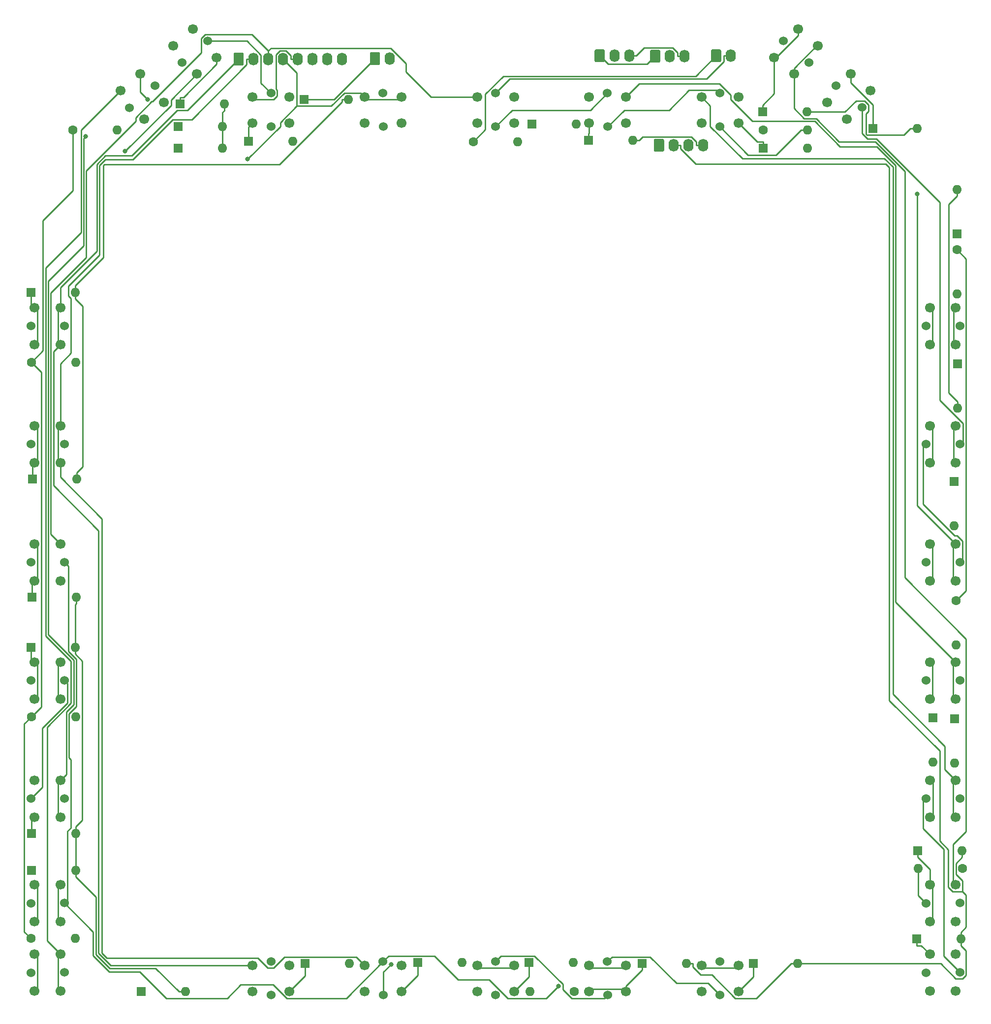
<source format=gbr>
G04 #@! TF.GenerationSoftware,KiCad,Pcbnew,(5.1.5-0-10_14)*
G04 #@! TF.CreationDate,2020-06-21T13:54:13+10:00*
G04 #@! TF.ProjectId,Buttons_AMPCD,42757474-6f6e-4735-9f41-4d5043442e6b,rev?*
G04 #@! TF.SameCoordinates,Original*
G04 #@! TF.FileFunction,Copper,L1,Top*
G04 #@! TF.FilePolarity,Positive*
%FSLAX46Y46*%
G04 Gerber Fmt 4.6, Leading zero omitted, Abs format (unit mm)*
G04 Created by KiCad (PCBNEW (5.1.5-0-10_14)) date 2020-06-21 13:54:13*
%MOMM*%
%LPD*%
G04 APERTURE LIST*
%ADD10O,1.740000X2.200000*%
%ADD11C,0.100000*%
%ADD12O,1.600000X1.600000*%
%ADD13R,1.600000X1.600000*%
%ADD14C,1.524000*%
%ADD15C,1.700000*%
%ADD16C,1.600000*%
%ADD17C,0.800000*%
%ADD18C,0.250000*%
G04 APERTURE END LIST*
D10*
X129317000Y-30347000D03*
X126777000Y-30347000D03*
G04 #@! TA.AperFunction,ComponentPad*
D11*
G36*
X124881505Y-29248204D02*
G01*
X124905773Y-29251804D01*
X124929572Y-29257765D01*
X124952671Y-29266030D01*
X124974850Y-29276520D01*
X124995893Y-29289132D01*
X125015599Y-29303747D01*
X125033777Y-29320223D01*
X125050253Y-29338401D01*
X125064868Y-29358107D01*
X125077480Y-29379150D01*
X125087970Y-29401329D01*
X125096235Y-29424428D01*
X125102196Y-29448227D01*
X125105796Y-29472495D01*
X125107000Y-29496999D01*
X125107000Y-31197001D01*
X125105796Y-31221505D01*
X125102196Y-31245773D01*
X125096235Y-31269572D01*
X125087970Y-31292671D01*
X125077480Y-31314850D01*
X125064868Y-31335893D01*
X125050253Y-31355599D01*
X125033777Y-31373777D01*
X125015599Y-31390253D01*
X124995893Y-31404868D01*
X124974850Y-31417480D01*
X124952671Y-31427970D01*
X124929572Y-31436235D01*
X124905773Y-31442196D01*
X124881505Y-31445796D01*
X124857001Y-31447000D01*
X123616999Y-31447000D01*
X123592495Y-31445796D01*
X123568227Y-31442196D01*
X123544428Y-31436235D01*
X123521329Y-31427970D01*
X123499150Y-31417480D01*
X123478107Y-31404868D01*
X123458401Y-31390253D01*
X123440223Y-31373777D01*
X123423747Y-31355599D01*
X123409132Y-31335893D01*
X123396520Y-31314850D01*
X123386030Y-31292671D01*
X123377765Y-31269572D01*
X123371804Y-31245773D01*
X123368204Y-31221505D01*
X123367000Y-31197001D01*
X123367000Y-29496999D01*
X123368204Y-29472495D01*
X123371804Y-29448227D01*
X123377765Y-29424428D01*
X123386030Y-29401329D01*
X123396520Y-29379150D01*
X123409132Y-29358107D01*
X123423747Y-29338401D01*
X123440223Y-29320223D01*
X123458401Y-29303747D01*
X123478107Y-29289132D01*
X123499150Y-29276520D01*
X123521329Y-29266030D01*
X123544428Y-29257765D01*
X123568227Y-29251804D01*
X123592495Y-29248204D01*
X123616999Y-29247000D01*
X124857001Y-29247000D01*
X124881505Y-29248204D01*
G37*
G04 #@! TD.AperFunction*
D10*
X119777000Y-30287000D03*
X117237000Y-30287000D03*
G04 #@! TA.AperFunction,ComponentPad*
D11*
G36*
X115341505Y-29188204D02*
G01*
X115365773Y-29191804D01*
X115389572Y-29197765D01*
X115412671Y-29206030D01*
X115434850Y-29216520D01*
X115455893Y-29229132D01*
X115475599Y-29243747D01*
X115493777Y-29260223D01*
X115510253Y-29278401D01*
X115524868Y-29298107D01*
X115537480Y-29319150D01*
X115547970Y-29341329D01*
X115556235Y-29364428D01*
X115562196Y-29388227D01*
X115565796Y-29412495D01*
X115567000Y-29436999D01*
X115567000Y-31137001D01*
X115565796Y-31161505D01*
X115562196Y-31185773D01*
X115556235Y-31209572D01*
X115547970Y-31232671D01*
X115537480Y-31254850D01*
X115524868Y-31275893D01*
X115510253Y-31295599D01*
X115493777Y-31313777D01*
X115475599Y-31330253D01*
X115455893Y-31344868D01*
X115434850Y-31357480D01*
X115412671Y-31367970D01*
X115389572Y-31376235D01*
X115365773Y-31382196D01*
X115341505Y-31385796D01*
X115317001Y-31387000D01*
X114076999Y-31387000D01*
X114052495Y-31385796D01*
X114028227Y-31382196D01*
X114004428Y-31376235D01*
X113981329Y-31367970D01*
X113959150Y-31357480D01*
X113938107Y-31344868D01*
X113918401Y-31330253D01*
X113900223Y-31313777D01*
X113883747Y-31295599D01*
X113869132Y-31275893D01*
X113856520Y-31254850D01*
X113846030Y-31232671D01*
X113837765Y-31209572D01*
X113831804Y-31185773D01*
X113828204Y-31161505D01*
X113827000Y-31137001D01*
X113827000Y-29436999D01*
X113828204Y-29412495D01*
X113831804Y-29388227D01*
X113837765Y-29364428D01*
X113846030Y-29341329D01*
X113856520Y-29319150D01*
X113869132Y-29298107D01*
X113883747Y-29278401D01*
X113900223Y-29260223D01*
X113918401Y-29243747D01*
X113938107Y-29229132D01*
X113959150Y-29216520D01*
X113981329Y-29206030D01*
X114004428Y-29197765D01*
X114028227Y-29191804D01*
X114052495Y-29188204D01*
X114076999Y-29187000D01*
X115317001Y-29187000D01*
X115341505Y-29188204D01*
G37*
G04 #@! TD.AperFunction*
D10*
X78587000Y-30747000D03*
G04 #@! TA.AperFunction,ComponentPad*
D11*
G36*
X76691505Y-29648204D02*
G01*
X76715773Y-29651804D01*
X76739572Y-29657765D01*
X76762671Y-29666030D01*
X76784850Y-29676520D01*
X76805893Y-29689132D01*
X76825599Y-29703747D01*
X76843777Y-29720223D01*
X76860253Y-29738401D01*
X76874868Y-29758107D01*
X76887480Y-29779150D01*
X76897970Y-29801329D01*
X76906235Y-29824428D01*
X76912196Y-29848227D01*
X76915796Y-29872495D01*
X76917000Y-29896999D01*
X76917000Y-31597001D01*
X76915796Y-31621505D01*
X76912196Y-31645773D01*
X76906235Y-31669572D01*
X76897970Y-31692671D01*
X76887480Y-31714850D01*
X76874868Y-31735893D01*
X76860253Y-31755599D01*
X76843777Y-31773777D01*
X76825599Y-31790253D01*
X76805893Y-31804868D01*
X76784850Y-31817480D01*
X76762671Y-31827970D01*
X76739572Y-31836235D01*
X76715773Y-31842196D01*
X76691505Y-31845796D01*
X76667001Y-31847000D01*
X75426999Y-31847000D01*
X75402495Y-31845796D01*
X75378227Y-31842196D01*
X75354428Y-31836235D01*
X75331329Y-31827970D01*
X75309150Y-31817480D01*
X75288107Y-31804868D01*
X75268401Y-31790253D01*
X75250223Y-31773777D01*
X75233747Y-31755599D01*
X75219132Y-31735893D01*
X75206520Y-31714850D01*
X75196030Y-31692671D01*
X75187765Y-31669572D01*
X75181804Y-31645773D01*
X75178204Y-31621505D01*
X75177000Y-31597001D01*
X75177000Y-29896999D01*
X75178204Y-29872495D01*
X75181804Y-29848227D01*
X75187765Y-29824428D01*
X75196030Y-29801329D01*
X75206520Y-29779150D01*
X75219132Y-29758107D01*
X75233747Y-29738401D01*
X75250223Y-29720223D01*
X75268401Y-29703747D01*
X75288107Y-29689132D01*
X75309150Y-29676520D01*
X75331329Y-29666030D01*
X75354428Y-29657765D01*
X75378227Y-29651804D01*
X75402495Y-29648204D01*
X75426999Y-29647000D01*
X76667001Y-29647000D01*
X76691505Y-29648204D01*
G37*
G04 #@! TD.AperFunction*
D12*
X71447000Y-37807000D03*
D13*
X63827000Y-37807000D03*
D14*
X22617000Y-158007000D03*
X16826000Y-158047000D03*
D15*
X21906000Y-154872000D03*
X21906000Y-161222000D03*
X17461000Y-154872000D03*
X17461000Y-161222000D03*
D12*
X31707000Y-43057000D03*
D16*
X24087000Y-43057000D03*
D12*
X100577000Y-45047000D03*
D16*
X92957000Y-45047000D03*
D12*
X150467000Y-43057000D03*
D16*
X142847000Y-43057000D03*
D12*
X176177000Y-71257000D03*
D16*
X176177000Y-63637000D03*
D12*
X176047000Y-131587000D03*
D16*
X176047000Y-123967000D03*
D12*
X169537000Y-170057000D03*
D16*
X177157000Y-170057000D03*
D12*
X102737000Y-191237000D03*
D16*
X110357000Y-191237000D03*
D12*
X24447000Y-182087000D03*
D16*
X16827000Y-182087000D03*
D12*
X24527000Y-143957000D03*
D16*
X16907000Y-143957000D03*
D12*
X24527000Y-82987000D03*
D16*
X16907000Y-82987000D03*
D10*
X137267000Y-30287000D03*
G04 #@! TA.AperFunction,ComponentPad*
D11*
G36*
X135371505Y-29188204D02*
G01*
X135395773Y-29191804D01*
X135419572Y-29197765D01*
X135442671Y-29206030D01*
X135464850Y-29216520D01*
X135485893Y-29229132D01*
X135505599Y-29243747D01*
X135523777Y-29260223D01*
X135540253Y-29278401D01*
X135554868Y-29298107D01*
X135567480Y-29319150D01*
X135577970Y-29341329D01*
X135586235Y-29364428D01*
X135592196Y-29388227D01*
X135595796Y-29412495D01*
X135597000Y-29436999D01*
X135597000Y-31137001D01*
X135595796Y-31161505D01*
X135592196Y-31185773D01*
X135586235Y-31209572D01*
X135577970Y-31232671D01*
X135567480Y-31254850D01*
X135554868Y-31275893D01*
X135540253Y-31295599D01*
X135523777Y-31313777D01*
X135505599Y-31330253D01*
X135485893Y-31344868D01*
X135464850Y-31357480D01*
X135442671Y-31367970D01*
X135419572Y-31376235D01*
X135395773Y-31382196D01*
X135371505Y-31385796D01*
X135347001Y-31387000D01*
X134106999Y-31387000D01*
X134082495Y-31385796D01*
X134058227Y-31382196D01*
X134034428Y-31376235D01*
X134011329Y-31367970D01*
X133989150Y-31357480D01*
X133968107Y-31344868D01*
X133948401Y-31330253D01*
X133930223Y-31313777D01*
X133913747Y-31295599D01*
X133899132Y-31275893D01*
X133886520Y-31254850D01*
X133876030Y-31232671D01*
X133867765Y-31209572D01*
X133861804Y-31185773D01*
X133858204Y-31161505D01*
X133857000Y-31137001D01*
X133857000Y-29436999D01*
X133858204Y-29412495D01*
X133861804Y-29388227D01*
X133867765Y-29364428D01*
X133876030Y-29341329D01*
X133886520Y-29319150D01*
X133899132Y-29298107D01*
X133913747Y-29278401D01*
X133930223Y-29260223D01*
X133948401Y-29243747D01*
X133968107Y-29229132D01*
X133989150Y-29216520D01*
X134011329Y-29206030D01*
X134034428Y-29197765D01*
X134058227Y-29191804D01*
X134082495Y-29188204D01*
X134106999Y-29187000D01*
X135347001Y-29187000D01*
X135371505Y-29188204D01*
G37*
G04 #@! TD.AperFunction*
D10*
X132527000Y-45657000D03*
X129987000Y-45657000D03*
X127447000Y-45657000D03*
G04 #@! TA.AperFunction,ComponentPad*
D11*
G36*
X125551505Y-44558204D02*
G01*
X125575773Y-44561804D01*
X125599572Y-44567765D01*
X125622671Y-44576030D01*
X125644850Y-44586520D01*
X125665893Y-44599132D01*
X125685599Y-44613747D01*
X125703777Y-44630223D01*
X125720253Y-44648401D01*
X125734868Y-44668107D01*
X125747480Y-44689150D01*
X125757970Y-44711329D01*
X125766235Y-44734428D01*
X125772196Y-44758227D01*
X125775796Y-44782495D01*
X125777000Y-44806999D01*
X125777000Y-46507001D01*
X125775796Y-46531505D01*
X125772196Y-46555773D01*
X125766235Y-46579572D01*
X125757970Y-46602671D01*
X125747480Y-46624850D01*
X125734868Y-46645893D01*
X125720253Y-46665599D01*
X125703777Y-46683777D01*
X125685599Y-46700253D01*
X125665893Y-46714868D01*
X125644850Y-46727480D01*
X125622671Y-46737970D01*
X125599572Y-46746235D01*
X125575773Y-46752196D01*
X125551505Y-46755796D01*
X125527001Y-46757000D01*
X124286999Y-46757000D01*
X124262495Y-46755796D01*
X124238227Y-46752196D01*
X124214428Y-46746235D01*
X124191329Y-46737970D01*
X124169150Y-46727480D01*
X124148107Y-46714868D01*
X124128401Y-46700253D01*
X124110223Y-46683777D01*
X124093747Y-46665599D01*
X124079132Y-46645893D01*
X124066520Y-46624850D01*
X124056030Y-46602671D01*
X124047765Y-46579572D01*
X124041804Y-46555773D01*
X124038204Y-46531505D01*
X124037000Y-46507001D01*
X124037000Y-44806999D01*
X124038204Y-44782495D01*
X124041804Y-44758227D01*
X124047765Y-44734428D01*
X124056030Y-44711329D01*
X124066520Y-44689150D01*
X124079132Y-44668107D01*
X124093747Y-44648401D01*
X124110223Y-44630223D01*
X124128401Y-44613747D01*
X124148107Y-44599132D01*
X124169150Y-44586520D01*
X124191329Y-44576030D01*
X124214428Y-44567765D01*
X124238227Y-44561804D01*
X124262495Y-44558204D01*
X124286999Y-44557000D01*
X125527001Y-44557000D01*
X125551505Y-44558204D01*
G37*
G04 #@! TD.AperFunction*
D10*
X70377000Y-30847000D03*
X67837000Y-30847000D03*
X65297000Y-30847000D03*
X62757000Y-30847000D03*
X60217000Y-30847000D03*
X57677000Y-30847000D03*
X55137000Y-30847000D03*
G04 #@! TA.AperFunction,ComponentPad*
D11*
G36*
X53241505Y-29748204D02*
G01*
X53265773Y-29751804D01*
X53289572Y-29757765D01*
X53312671Y-29766030D01*
X53334850Y-29776520D01*
X53355893Y-29789132D01*
X53375599Y-29803747D01*
X53393777Y-29820223D01*
X53410253Y-29838401D01*
X53424868Y-29858107D01*
X53437480Y-29879150D01*
X53447970Y-29901329D01*
X53456235Y-29924428D01*
X53462196Y-29948227D01*
X53465796Y-29972495D01*
X53467000Y-29996999D01*
X53467000Y-31697001D01*
X53465796Y-31721505D01*
X53462196Y-31745773D01*
X53456235Y-31769572D01*
X53447970Y-31792671D01*
X53437480Y-31814850D01*
X53424868Y-31835893D01*
X53410253Y-31855599D01*
X53393777Y-31873777D01*
X53375599Y-31890253D01*
X53355893Y-31904868D01*
X53334850Y-31917480D01*
X53312671Y-31927970D01*
X53289572Y-31936235D01*
X53265773Y-31942196D01*
X53241505Y-31945796D01*
X53217001Y-31947000D01*
X51976999Y-31947000D01*
X51952495Y-31945796D01*
X51928227Y-31942196D01*
X51904428Y-31936235D01*
X51881329Y-31927970D01*
X51859150Y-31917480D01*
X51838107Y-31904868D01*
X51818401Y-31890253D01*
X51800223Y-31873777D01*
X51783747Y-31855599D01*
X51769132Y-31835893D01*
X51756520Y-31814850D01*
X51746030Y-31792671D01*
X51737765Y-31769572D01*
X51731804Y-31745773D01*
X51728204Y-31721505D01*
X51727000Y-31697001D01*
X51727000Y-29996999D01*
X51728204Y-29972495D01*
X51731804Y-29948227D01*
X51737765Y-29924428D01*
X51746030Y-29901329D01*
X51756520Y-29879150D01*
X51769132Y-29858107D01*
X51783747Y-29838401D01*
X51800223Y-29820223D01*
X51818401Y-29803747D01*
X51838107Y-29789132D01*
X51859150Y-29776520D01*
X51881329Y-29766030D01*
X51904428Y-29757765D01*
X51928227Y-29751804D01*
X51952495Y-29748204D01*
X51976999Y-29747000D01*
X53217001Y-29747000D01*
X53241505Y-29748204D01*
G37*
G04 #@! TD.AperFunction*
D12*
X49777000Y-42437000D03*
D13*
X42157000Y-42437000D03*
D12*
X50147000Y-38547000D03*
D13*
X42527000Y-38547000D03*
D12*
X61917000Y-44957000D03*
D13*
X54297000Y-44957000D03*
D12*
X49777000Y-46197000D03*
D13*
X42157000Y-46197000D03*
D12*
X110697000Y-42017000D03*
D13*
X103077000Y-42017000D03*
D12*
X120377000Y-44817000D03*
D13*
X112757000Y-44817000D03*
D12*
X150467000Y-46197000D03*
D13*
X142847000Y-46197000D03*
D12*
X169307000Y-42777000D03*
D13*
X161687000Y-42777000D03*
D12*
X150337000Y-39927000D03*
D13*
X142717000Y-39927000D03*
D12*
X176177000Y-53257000D03*
D13*
X176177000Y-60877000D03*
D12*
X176297000Y-90917000D03*
D13*
X176297000Y-83297000D03*
D12*
X175677000Y-111117000D03*
D13*
X175677000Y-103497000D03*
D12*
X175797000Y-151907000D03*
D13*
X175797000Y-144287000D03*
D12*
X172037000Y-151777000D03*
D13*
X172037000Y-144157000D03*
D12*
X176867000Y-182167000D03*
D13*
X169247000Y-182167000D03*
D12*
X177067000Y-166987000D03*
D13*
X169447000Y-166987000D03*
D12*
X148747000Y-186377000D03*
D13*
X141127000Y-186377000D03*
D12*
X129597000Y-186397000D03*
D13*
X121977000Y-186397000D03*
D12*
X110127000Y-186197000D03*
D13*
X102507000Y-186197000D03*
D12*
X91057000Y-186237000D03*
D13*
X83437000Y-186237000D03*
D12*
X71637000Y-186417000D03*
D13*
X64017000Y-186417000D03*
D12*
X43437000Y-191217000D03*
D13*
X35817000Y-191217000D03*
D12*
X24527000Y-170367000D03*
D13*
X16907000Y-170367000D03*
D12*
X24527000Y-163987000D03*
D13*
X16907000Y-163987000D03*
D12*
X24447000Y-132037000D03*
D13*
X16827000Y-132037000D03*
D12*
X24607000Y-123387000D03*
D13*
X16987000Y-123387000D03*
D12*
X24687000Y-103057000D03*
D13*
X17067000Y-103057000D03*
D12*
X24447000Y-70947000D03*
D13*
X16827000Y-70947000D03*
D14*
X58127000Y-36687000D03*
X58167000Y-42478000D03*
D15*
X54992000Y-37398000D03*
X61342000Y-37398000D03*
X54992000Y-41843000D03*
X61342000Y-41843000D03*
D14*
X77427000Y-36687000D03*
X77467000Y-42478000D03*
D15*
X74292000Y-37398000D03*
X80642000Y-37398000D03*
X74292000Y-41843000D03*
X80642000Y-41843000D03*
D14*
X96737000Y-36687000D03*
X96777000Y-42478000D03*
D15*
X93602000Y-37398000D03*
X99952000Y-37398000D03*
X93602000Y-41843000D03*
X99952000Y-41843000D03*
D14*
X116037000Y-36687000D03*
X116077000Y-42478000D03*
D15*
X112902000Y-37398000D03*
X119252000Y-37398000D03*
X112902000Y-41843000D03*
X119252000Y-41843000D03*
D14*
X135347000Y-36687000D03*
X135387000Y-42478000D03*
D15*
X132212000Y-37398000D03*
X138562000Y-37398000D03*
X132212000Y-41843000D03*
X138562000Y-41843000D03*
D14*
X176667000Y-76727000D03*
X170876000Y-76767000D03*
D15*
X175956000Y-73592000D03*
X175956000Y-79942000D03*
X171511000Y-73592000D03*
X171511000Y-79942000D03*
D14*
X176667000Y-97047000D03*
X170876000Y-97087000D03*
D15*
X175956000Y-93912000D03*
X175956000Y-100262000D03*
X171511000Y-93912000D03*
X171511000Y-100262000D03*
D14*
X176667000Y-117367000D03*
X170876000Y-117407000D03*
D15*
X175956000Y-114232000D03*
X175956000Y-120582000D03*
X171511000Y-114232000D03*
X171511000Y-120582000D03*
D14*
X176667000Y-137687000D03*
X170876000Y-137727000D03*
D15*
X175956000Y-134552000D03*
X175956000Y-140902000D03*
X171511000Y-134552000D03*
X171511000Y-140902000D03*
D14*
X176667000Y-158007000D03*
X170876000Y-158047000D03*
D15*
X175956000Y-154872000D03*
X175956000Y-161222000D03*
X171511000Y-154872000D03*
X171511000Y-161222000D03*
D14*
X135347000Y-186047000D03*
X135387000Y-191838000D03*
D15*
X132212000Y-186758000D03*
X138562000Y-186758000D03*
X132212000Y-191203000D03*
X138562000Y-191203000D03*
D14*
X116037000Y-186047000D03*
X116077000Y-191838000D03*
D15*
X112902000Y-186758000D03*
X119252000Y-186758000D03*
X112902000Y-191203000D03*
X119252000Y-191203000D03*
D14*
X96737000Y-186047000D03*
X96777000Y-191838000D03*
D15*
X93602000Y-186758000D03*
X99952000Y-186758000D03*
X93602000Y-191203000D03*
X99952000Y-191203000D03*
D14*
X77427000Y-186047000D03*
X77467000Y-191838000D03*
D15*
X74292000Y-186758000D03*
X80642000Y-186758000D03*
X74292000Y-191203000D03*
X80642000Y-191203000D03*
D14*
X58127000Y-186047000D03*
X58167000Y-191838000D03*
D15*
X54992000Y-186758000D03*
X61342000Y-186758000D03*
X54992000Y-191203000D03*
X61342000Y-191203000D03*
D14*
X22617000Y-137687000D03*
X16826000Y-137727000D03*
D15*
X21906000Y-134552000D03*
X21906000Y-140902000D03*
X17461000Y-134552000D03*
X17461000Y-140902000D03*
D14*
X22617000Y-117367000D03*
X16826000Y-117407000D03*
D15*
X21906000Y-114232000D03*
X21906000Y-120582000D03*
X17461000Y-114232000D03*
X17461000Y-120582000D03*
D14*
X22617000Y-97047000D03*
X16826000Y-97087000D03*
D15*
X21906000Y-93912000D03*
X21906000Y-100262000D03*
X17461000Y-93912000D03*
X17461000Y-100262000D03*
D14*
X22617000Y-76727000D03*
X16826000Y-76767000D03*
D15*
X21906000Y-73592000D03*
X21906000Y-79942000D03*
X17461000Y-73592000D03*
X17461000Y-79942000D03*
D14*
X33774164Y-39202442D03*
X38184616Y-35449417D03*
D15*
X36333961Y-41146970D03*
X32252259Y-36282587D03*
X39739028Y-38289779D03*
X35657327Y-33425396D03*
D14*
X42844164Y-31482442D03*
X47254616Y-27729417D03*
D15*
X45403961Y-33426970D03*
X41322259Y-28562587D03*
X48809028Y-30569779D03*
X44727327Y-25705396D03*
D14*
X159821259Y-39141159D03*
X155359384Y-35449417D03*
D15*
X161291741Y-36282587D03*
X157210039Y-41146970D03*
X157886673Y-33425396D03*
X153804972Y-38289779D03*
D14*
X150751259Y-31421159D03*
X146289384Y-27729417D03*
D15*
X152221741Y-28562587D03*
X148140039Y-33426970D03*
X148816673Y-25705396D03*
X144734972Y-30569779D03*
D14*
X176667000Y-187907000D03*
X170876000Y-187947000D03*
D15*
X175956000Y-184772000D03*
X175956000Y-191122000D03*
X171511000Y-184772000D03*
X171511000Y-191122000D03*
D14*
X176667000Y-175997000D03*
X170876000Y-176037000D03*
D15*
X175956000Y-172862000D03*
X175956000Y-179212000D03*
X171511000Y-172862000D03*
X171511000Y-179212000D03*
D14*
X22617000Y-187907000D03*
X16826000Y-187947000D03*
D15*
X21906000Y-184772000D03*
X21906000Y-191122000D03*
X17461000Y-184772000D03*
X17461000Y-191122000D03*
D14*
X22617000Y-175997000D03*
X16826000Y-176037000D03*
D15*
X21906000Y-172862000D03*
X21906000Y-179212000D03*
X17461000Y-172862000D03*
X17461000Y-179212000D03*
D17*
X78791600Y-186533100D03*
X36916300Y-37753500D03*
X107649000Y-190276200D03*
X32988600Y-46720100D03*
X26242300Y-44182400D03*
X54119700Y-48066000D03*
X169373000Y-54037500D03*
D18*
X169537000Y-170057000D02*
X169537000Y-174698000D01*
X169537000Y-174698000D02*
X170876000Y-176037000D01*
X176667000Y-187907000D02*
X173868700Y-185108700D01*
X173868700Y-185108700D02*
X173868700Y-166727300D01*
X173868700Y-166727300D02*
X170322900Y-163181500D01*
X170322900Y-163181500D02*
X170322900Y-158600100D01*
X170322900Y-158600100D02*
X170876000Y-158047000D01*
X47254600Y-27729400D02*
X53984400Y-27729400D01*
X53984400Y-27729400D02*
X56407000Y-30152000D01*
X56407000Y-30152000D02*
X56407000Y-34967000D01*
X56407000Y-34967000D02*
X58127000Y-36687000D01*
X22617000Y-137687000D02*
X23109300Y-138179300D01*
X23109300Y-138179300D02*
X23109300Y-141606700D01*
X23109300Y-141606700D02*
X18825600Y-145890400D01*
X18825600Y-145890400D02*
X18825600Y-156047400D01*
X18825600Y-156047400D02*
X16826000Y-158047000D01*
X77467000Y-191838000D02*
X77467000Y-187857700D01*
X77467000Y-187857700D02*
X78791600Y-186533100D01*
X116077000Y-191838000D02*
X115498100Y-192416900D01*
X115498100Y-192416900D02*
X109912900Y-192416900D01*
X109912900Y-192416900D02*
X108374300Y-190878300D01*
X108374300Y-190878300D02*
X108374300Y-189975700D01*
X108374300Y-189975700D02*
X103470200Y-185071600D01*
X103470200Y-185071600D02*
X97712400Y-185071600D01*
X97712400Y-185071600D02*
X96737000Y-186047000D01*
X116037000Y-186047000D02*
X116812400Y-185271600D01*
X116812400Y-185271600D02*
X123390600Y-185271600D01*
X123390600Y-185271600D02*
X127892700Y-189773700D01*
X127892700Y-189773700D02*
X133322700Y-189773700D01*
X133322700Y-189773700D02*
X135387000Y-191838000D01*
X176667000Y-117367000D02*
X177149800Y-116884200D01*
X177149800Y-116884200D02*
X177149800Y-113763600D01*
X177149800Y-113763600D02*
X176195000Y-112808800D01*
X176195000Y-112808800D02*
X175777300Y-112808800D01*
X175777300Y-112808800D02*
X170315200Y-107346700D01*
X170315200Y-107346700D02*
X170315200Y-97647800D01*
X170315200Y-97647800D02*
X170876000Y-97087000D01*
X135347000Y-36687000D02*
X134871100Y-36211100D01*
X134871100Y-36211100D02*
X130048100Y-36211100D01*
X130048100Y-36211100D02*
X126638700Y-39620500D01*
X126638700Y-39620500D02*
X118934500Y-39620500D01*
X118934500Y-39620500D02*
X116077000Y-42478000D01*
X116037000Y-36687000D02*
X113103500Y-39620500D01*
X113103500Y-39620500D02*
X99634500Y-39620500D01*
X99634500Y-39620500D02*
X96777000Y-42478000D01*
X24527000Y-171492300D02*
X28011100Y-174976400D01*
X28011100Y-174976400D02*
X28011100Y-184839600D01*
X28011100Y-184839600D02*
X30379900Y-187208400D01*
X30379900Y-187208400D02*
X38303100Y-187208400D01*
X38303100Y-187208400D02*
X42311700Y-191217000D01*
X24447000Y-70947000D02*
X24447000Y-69821700D01*
X71447000Y-37807000D02*
X70321700Y-37807000D01*
X70321700Y-37807000D02*
X70321700Y-38229000D01*
X70321700Y-38229000D02*
X59605900Y-48944800D01*
X59605900Y-48944800D02*
X29456300Y-48944800D01*
X29456300Y-48944800D02*
X29265600Y-49135500D01*
X29265600Y-49135500D02*
X29265600Y-65003100D01*
X29265600Y-65003100D02*
X24447000Y-69821700D01*
X24687000Y-103057000D02*
X24687000Y-101931700D01*
X24447000Y-70947000D02*
X24447000Y-72072300D01*
X24447000Y-72072300D02*
X25701100Y-73326400D01*
X25701100Y-73326400D02*
X25701100Y-100917600D01*
X25701100Y-100917600D02*
X24687000Y-101931700D01*
X43437000Y-191217000D02*
X42311700Y-191217000D01*
X24527000Y-170367000D02*
X24527000Y-171492300D01*
X24527000Y-163987000D02*
X24527000Y-170367000D01*
X24447000Y-132037000D02*
X24447000Y-133162300D01*
X24447000Y-133162300D02*
X25652300Y-134367600D01*
X25652300Y-134367600D02*
X25652300Y-161736400D01*
X25652300Y-161736400D02*
X24527000Y-162861700D01*
X24447000Y-131474300D02*
X24447000Y-132037000D01*
X24527000Y-163987000D02*
X24527000Y-162861700D01*
X24447000Y-131474300D02*
X24447000Y-130911700D01*
X24607000Y-124512300D02*
X24447000Y-124672300D01*
X24447000Y-124672300D02*
X24447000Y-130911700D01*
X24607000Y-123387000D02*
X24607000Y-124512300D01*
X17461000Y-73592000D02*
X16827000Y-72958000D01*
X16827000Y-72958000D02*
X16827000Y-70947000D01*
X17461000Y-79942000D02*
X17924600Y-79478400D01*
X17924600Y-79478400D02*
X17924600Y-74055600D01*
X17924600Y-74055600D02*
X17461000Y-73592000D01*
X17461000Y-100262000D02*
X17067000Y-100656000D01*
X17067000Y-100656000D02*
X17067000Y-103057000D01*
X17461000Y-93912000D02*
X17914100Y-94365100D01*
X17914100Y-94365100D02*
X17914100Y-99808900D01*
X17914100Y-99808900D02*
X17461000Y-100262000D01*
X17461000Y-120582000D02*
X16987000Y-121056000D01*
X16987000Y-121056000D02*
X16987000Y-123387000D01*
X17461000Y-114232000D02*
X17914100Y-114685100D01*
X17914100Y-114685100D02*
X17914100Y-120128900D01*
X17914100Y-120128900D02*
X17461000Y-120582000D01*
X17461000Y-134552000D02*
X16827000Y-133918000D01*
X16827000Y-133918000D02*
X16827000Y-132037000D01*
X17461000Y-140902000D02*
X17917800Y-140445200D01*
X17917800Y-140445200D02*
X17917800Y-135008800D01*
X17917800Y-135008800D02*
X17461000Y-134552000D01*
X17461000Y-161222000D02*
X16907000Y-161776000D01*
X16907000Y-161776000D02*
X16907000Y-163987000D01*
X17461000Y-179212000D02*
X17917700Y-178755300D01*
X17917700Y-178755300D02*
X17917700Y-173318700D01*
X17917700Y-173318700D02*
X17461000Y-172862000D01*
X17461000Y-191122000D02*
X17917700Y-190665300D01*
X17917700Y-190665300D02*
X17917700Y-185228700D01*
X17917700Y-185228700D02*
X17461000Y-184772000D01*
X128642300Y-45657000D02*
X128642300Y-46254700D01*
X128642300Y-46254700D02*
X131262900Y-48875300D01*
X131262900Y-48875300D02*
X163958200Y-48875300D01*
X163958200Y-48875300D02*
X164543800Y-49460900D01*
X164543800Y-49460900D02*
X164543800Y-141170300D01*
X164543800Y-141170300D02*
X173207500Y-149834000D01*
X173207500Y-149834000D02*
X173207500Y-165340300D01*
X173207500Y-165340300D02*
X174698500Y-166831300D01*
X174698500Y-166831300D02*
X174698500Y-173286100D01*
X174698500Y-173286100D02*
X175461700Y-174049300D01*
X175461700Y-174049300D02*
X177151200Y-174049300D01*
X177151200Y-174049300D02*
X177754900Y-174653000D01*
X177754900Y-174653000D02*
X177754900Y-180153800D01*
X177754900Y-180153800D02*
X176867000Y-181041700D01*
X177151200Y-174049300D02*
X177151200Y-172178900D01*
X177151200Y-172178900D02*
X175998700Y-171026400D01*
X175998700Y-171026400D02*
X175998700Y-169180600D01*
X175998700Y-169180600D02*
X177067000Y-168112300D01*
X127447000Y-45657000D02*
X128642300Y-45657000D01*
X177067000Y-166987000D02*
X177067000Y-168112300D01*
X176867000Y-182167000D02*
X176867000Y-181041700D01*
X176867000Y-182729600D02*
X176867000Y-182167000D01*
X148747000Y-186377000D02*
X147621700Y-186377000D01*
X147621700Y-186377000D02*
X141618600Y-192380100D01*
X141618600Y-192380100D02*
X138046300Y-192380100D01*
X138046300Y-192380100D02*
X134016200Y-188350000D01*
X134016200Y-188350000D02*
X132112600Y-188350000D01*
X132112600Y-188350000D02*
X130722300Y-186959700D01*
X130722300Y-186959700D02*
X130722300Y-186397000D01*
X148747000Y-186377000D02*
X173360200Y-186377000D01*
X173360200Y-186377000D02*
X175978900Y-188995700D01*
X175978900Y-188995700D02*
X177163700Y-188995700D01*
X177163700Y-188995700D02*
X177756200Y-188403200D01*
X177756200Y-188403200D02*
X177756200Y-184181500D01*
X177756200Y-184181500D02*
X176867000Y-183292300D01*
X129597000Y-186397000D02*
X130722300Y-186397000D01*
X176867000Y-182729600D02*
X176867000Y-183292300D01*
X61342000Y-191203000D02*
X64017000Y-188528000D01*
X64017000Y-188528000D02*
X64017000Y-186417000D01*
X83437000Y-186237000D02*
X83437000Y-187362300D01*
X80642000Y-191203000D02*
X83437000Y-188408000D01*
X83437000Y-188408000D02*
X83437000Y-187362300D01*
X99952000Y-191203000D02*
X102507000Y-188648000D01*
X102507000Y-188648000D02*
X102507000Y-186197000D01*
X119252000Y-190750200D02*
X119252000Y-190247300D01*
X119252000Y-190247300D02*
X121977000Y-187522300D01*
X119252000Y-191203000D02*
X119252000Y-190750200D01*
X119252000Y-190750200D02*
X113354800Y-190750200D01*
X113354800Y-190750200D02*
X112902000Y-191203000D01*
X121977000Y-186397000D02*
X121977000Y-187522300D01*
X138562000Y-191203000D02*
X141127000Y-188638000D01*
X141127000Y-188638000D02*
X141127000Y-186377000D01*
X169447000Y-166987000D02*
X169447000Y-168112300D01*
X169447000Y-168112300D02*
X171511000Y-170176300D01*
X171511000Y-170176300D02*
X171511000Y-172862000D01*
X171511000Y-179212000D02*
X171967700Y-178755300D01*
X171967700Y-178755300D02*
X171967700Y-173318700D01*
X171967700Y-173318700D02*
X171511000Y-172862000D01*
X169247000Y-182167000D02*
X169247000Y-183292300D01*
X171511000Y-184772000D02*
X170031300Y-183292300D01*
X170031300Y-183292300D02*
X169247000Y-183292300D01*
X176177000Y-54382300D02*
X174761100Y-55798200D01*
X174761100Y-55798200D02*
X174761100Y-88255800D01*
X174761100Y-88255800D02*
X176297000Y-89791700D01*
X169307000Y-42777000D02*
X168181700Y-42777000D01*
X150337000Y-39927000D02*
X156911400Y-39927000D01*
X156911400Y-39927000D02*
X158797600Y-38040800D01*
X158797600Y-38040800D02*
X160260200Y-38040800D01*
X160260200Y-38040800D02*
X160930800Y-38711400D01*
X160930800Y-38711400D02*
X160930800Y-39859400D01*
X160930800Y-39859400D02*
X160561600Y-40228600D01*
X160561600Y-40228600D02*
X160561600Y-43777000D01*
X160561600Y-43777000D02*
X160686900Y-43902300D01*
X160686900Y-43902300D02*
X167056400Y-43902300D01*
X167056400Y-43902300D02*
X168181700Y-42777000D01*
X176177000Y-53257000D02*
X176177000Y-54382300D01*
X176297000Y-90917000D02*
X176297000Y-89791700D01*
X171511000Y-161222000D02*
X172014400Y-160718600D01*
X172014400Y-160718600D02*
X172014400Y-155375400D01*
X172014400Y-155375400D02*
X171511000Y-154872000D01*
X171511000Y-140902000D02*
X171970900Y-140442100D01*
X171970900Y-140442100D02*
X171970900Y-135011900D01*
X171970900Y-135011900D02*
X171511000Y-134552000D01*
X171511000Y-120582000D02*
X171964100Y-120128900D01*
X171964100Y-120128900D02*
X171964100Y-114685100D01*
X171964100Y-114685100D02*
X171511000Y-114232000D01*
X171511000Y-100262000D02*
X171987500Y-99785500D01*
X171987500Y-99785500D02*
X171987500Y-94388500D01*
X171987500Y-94388500D02*
X171511000Y-93912000D01*
X171511000Y-79942000D02*
X171969600Y-79483400D01*
X171969600Y-79483400D02*
X171969600Y-74050600D01*
X171969600Y-74050600D02*
X171511000Y-73592000D01*
X142717000Y-39927000D02*
X142717000Y-38801700D01*
X144735000Y-30569800D02*
X144735000Y-36783700D01*
X144735000Y-36783700D02*
X142717000Y-38801700D01*
X144735000Y-30569800D02*
X145013800Y-30569800D01*
X145013800Y-30569800D02*
X148816700Y-26766900D01*
X148816700Y-26766900D02*
X148816700Y-25705400D01*
X161687000Y-41651700D02*
X161687000Y-38688200D01*
X161687000Y-38688200D02*
X157886700Y-34887900D01*
X157886700Y-34887900D02*
X157886700Y-33425400D01*
X161687000Y-42777000D02*
X161687000Y-41651700D01*
X120377000Y-44817000D02*
X121502300Y-44817000D01*
X132527000Y-45657000D02*
X131331700Y-45657000D01*
X131331700Y-45657000D02*
X131331700Y-45059400D01*
X131331700Y-45059400D02*
X130503000Y-44230700D01*
X130503000Y-44230700D02*
X122088600Y-44230700D01*
X122088600Y-44230700D02*
X121502300Y-44817000D01*
X50147000Y-38547000D02*
X50147000Y-39672300D01*
X50147000Y-39672300D02*
X49777000Y-40042300D01*
X49777000Y-40042300D02*
X49777000Y-42437000D01*
X49777000Y-46197000D02*
X49777000Y-42437000D01*
X142847000Y-46197000D02*
X142847000Y-45071700D01*
X138562000Y-41843000D02*
X141790700Y-45071700D01*
X141790700Y-45071700D02*
X142847000Y-45071700D01*
X112757000Y-44817000D02*
X112757000Y-43691700D01*
X112902000Y-41843000D02*
X112902000Y-43546700D01*
X112902000Y-43546700D02*
X112757000Y-43691700D01*
X54992000Y-41843000D02*
X54297000Y-42538000D01*
X54297000Y-42538000D02*
X54297000Y-44957000D01*
X42527000Y-38547000D02*
X42527000Y-37421700D01*
X48809000Y-30569800D02*
X48809000Y-31702300D01*
X48809000Y-31702300D02*
X43089600Y-37421700D01*
X43089600Y-37421700D02*
X42527000Y-37421700D01*
X35657300Y-33425400D02*
X35657300Y-36494500D01*
X35657300Y-36494500D02*
X36916300Y-37753500D01*
X22617000Y-175997000D02*
X27560800Y-180940800D01*
X27560800Y-180940800D02*
X27560800Y-185049600D01*
X27560800Y-185049600D02*
X30325800Y-187814600D01*
X30325800Y-187814600D02*
X35565600Y-187814600D01*
X35565600Y-187814600D02*
X40111100Y-192360100D01*
X40111100Y-192360100D02*
X50615500Y-192360100D01*
X50615500Y-192360100D02*
X52951400Y-190024200D01*
X52951400Y-190024200D02*
X58494300Y-190024200D01*
X58494300Y-190024200D02*
X60857300Y-192387200D01*
X60857300Y-192387200D02*
X71086800Y-192387200D01*
X71086800Y-192387200D02*
X77427000Y-186047000D01*
X77427000Y-186047000D02*
X78362400Y-185111600D01*
X78362400Y-185111600D02*
X86242500Y-185111600D01*
X86242500Y-185111600D02*
X90337800Y-189206900D01*
X90337800Y-189206900D02*
X95691800Y-189206900D01*
X95691800Y-189206900D02*
X98909100Y-192424200D01*
X98909100Y-192424200D02*
X105501000Y-192424200D01*
X105501000Y-192424200D02*
X107649000Y-190276200D01*
X22617000Y-117367000D02*
X23274100Y-118024100D01*
X23274100Y-118024100D02*
X23274100Y-132692200D01*
X23274100Y-132692200D02*
X24641800Y-134059900D01*
X24641800Y-134059900D02*
X24641800Y-142212300D01*
X24641800Y-142212300D02*
X23361100Y-143493000D01*
X23361100Y-143493000D02*
X23361100Y-151023300D01*
X23361100Y-151023300D02*
X23704400Y-151366600D01*
X23704400Y-151366600D02*
X23704400Y-163047400D01*
X23704400Y-163047400D02*
X23081400Y-163670400D01*
X23081400Y-163670400D02*
X23081400Y-175532600D01*
X23081400Y-175532600D02*
X22617000Y-175997000D01*
X176667000Y-97047000D02*
X177173900Y-96540100D01*
X177173900Y-96540100D02*
X177173900Y-93460600D01*
X177173900Y-93460600D02*
X173224400Y-89511100D01*
X173224400Y-89511100D02*
X173224400Y-55514300D01*
X173224400Y-55514300D02*
X162312800Y-44602700D01*
X162312800Y-44602700D02*
X160750400Y-44602700D01*
X160750400Y-44602700D02*
X159821300Y-43673600D01*
X159821300Y-43673600D02*
X159821300Y-39141200D01*
X96737000Y-36687000D02*
X99204000Y-34220000D01*
X99204000Y-34220000D02*
X133109900Y-34220000D01*
X133109900Y-34220000D02*
X136071700Y-31258200D01*
X136071700Y-31258200D02*
X136071700Y-30287000D01*
X137267000Y-30287000D02*
X136071700Y-30287000D01*
X148140000Y-33427000D02*
X148140000Y-39344000D01*
X148140000Y-39344000D02*
X149903500Y-41107500D01*
X149903500Y-41107500D02*
X151949700Y-41107500D01*
X151949700Y-41107500D02*
X155895300Y-45053100D01*
X155895300Y-45053100D02*
X162126300Y-45053100D01*
X162126300Y-45053100D02*
X167191600Y-50118400D01*
X167191600Y-50118400D02*
X167191600Y-120042400D01*
X167191600Y-120042400D02*
X177756300Y-130607100D01*
X177756300Y-130607100D02*
X177756300Y-163699000D01*
X177756300Y-163699000D02*
X175536700Y-165918600D01*
X175536700Y-165918600D02*
X175536700Y-172442700D01*
X175536700Y-172442700D02*
X175956000Y-172862000D01*
X152221700Y-28562600D02*
X151999800Y-28562600D01*
X151999800Y-28562600D02*
X148140000Y-32422400D01*
X148140000Y-32422400D02*
X148140000Y-33427000D01*
X45404000Y-33427000D02*
X40944400Y-37886600D01*
X40944400Y-37886600D02*
X40944400Y-38764300D01*
X40944400Y-38764300D02*
X32988600Y-46720100D01*
X21906000Y-179212000D02*
X21481800Y-178787800D01*
X21481800Y-178787800D02*
X21481800Y-173286200D01*
X21481800Y-173286200D02*
X21906000Y-172862000D01*
X21906000Y-184772000D02*
X19630100Y-182496100D01*
X19630100Y-182496100D02*
X19630100Y-145722800D01*
X19630100Y-145722800D02*
X23725700Y-141627200D01*
X23725700Y-141627200D02*
X23725700Y-134417600D01*
X23725700Y-134417600D02*
X19356900Y-130048800D01*
X19356900Y-130048800D02*
X19356900Y-66787900D01*
X19356900Y-66787900D02*
X25460300Y-60684500D01*
X25460300Y-60684500D02*
X25460300Y-43074600D01*
X25460300Y-43074600D02*
X32252300Y-36282600D01*
X21906000Y-184772000D02*
X21509000Y-185169000D01*
X21509000Y-185169000D02*
X21509000Y-190725000D01*
X21509000Y-190725000D02*
X21906000Y-191122000D01*
X175956000Y-79942000D02*
X175575800Y-79561800D01*
X175575800Y-79561800D02*
X175575800Y-73972200D01*
X175575800Y-73972200D02*
X175956000Y-73592000D01*
X132212000Y-186758000D02*
X132591900Y-187137900D01*
X132591900Y-187137900D02*
X138182100Y-187137900D01*
X138182100Y-187137900D02*
X138562000Y-186758000D01*
X26242300Y-44182400D02*
X25910700Y-44514000D01*
X25910700Y-44514000D02*
X25910700Y-62895900D01*
X25910700Y-62895900D02*
X19807200Y-68999400D01*
X19807200Y-68999400D02*
X19807200Y-129862200D01*
X19807200Y-129862200D02*
X24176100Y-134231100D01*
X24176100Y-134231100D02*
X24176100Y-141813700D01*
X24176100Y-141813700D02*
X22910700Y-143079100D01*
X22910700Y-143079100D02*
X22910700Y-153867300D01*
X22910700Y-153867300D02*
X21906000Y-154872000D01*
X62757000Y-30847000D02*
X61561700Y-30847000D01*
X61561700Y-30847000D02*
X61561700Y-30249400D01*
X61561700Y-30249400D02*
X60727600Y-29415300D01*
X60727600Y-29415300D02*
X59713000Y-29415300D01*
X59713000Y-29415300D02*
X59013800Y-30114500D01*
X59013800Y-30114500D02*
X59013800Y-35985700D01*
X59013800Y-35985700D02*
X59222700Y-36194600D01*
X59222700Y-36194600D02*
X59222700Y-37157500D01*
X59222700Y-37157500D02*
X58605100Y-37775100D01*
X58605100Y-37775100D02*
X55369100Y-37775100D01*
X55369100Y-37775100D02*
X54992000Y-37398000D01*
X21906000Y-154872000D02*
X21512900Y-155265100D01*
X21512900Y-155265100D02*
X21512900Y-160828900D01*
X21512900Y-160828900D02*
X21906000Y-161222000D01*
X62546300Y-38932400D02*
X59737000Y-41741700D01*
X59737000Y-41741700D02*
X59737000Y-42448700D01*
X59737000Y-42448700D02*
X54119700Y-48066000D01*
X62546300Y-38932400D02*
X68498500Y-38932400D01*
X68498500Y-38932400D02*
X70763200Y-36667700D01*
X70763200Y-36667700D02*
X73561700Y-36667700D01*
X73561700Y-36667700D02*
X74292000Y-37398000D01*
X60217000Y-30847000D02*
X62546300Y-33176300D01*
X62546300Y-33176300D02*
X62546300Y-38932400D01*
X175956000Y-93912000D02*
X175570200Y-94297800D01*
X175570200Y-94297800D02*
X175570200Y-99876200D01*
X175570200Y-99876200D02*
X175956000Y-100262000D01*
X21906000Y-140902000D02*
X21486500Y-140482500D01*
X21486500Y-140482500D02*
X21486500Y-134971500D01*
X21486500Y-134971500D02*
X21906000Y-134552000D01*
X119252000Y-186758000D02*
X118868200Y-187141800D01*
X118868200Y-187141800D02*
X113285800Y-187141800D01*
X113285800Y-187141800D02*
X112902000Y-186758000D01*
X74292000Y-37398000D02*
X74668400Y-37774400D01*
X74668400Y-37774400D02*
X80265600Y-37774400D01*
X80265600Y-37774400D02*
X80642000Y-37398000D01*
X175956000Y-114232000D02*
X169373000Y-107649000D01*
X169373000Y-107649000D02*
X169373000Y-54037500D01*
X175956000Y-114232000D02*
X175539600Y-114648400D01*
X175539600Y-114648400D02*
X175539600Y-120165600D01*
X175539600Y-120165600D02*
X175956000Y-120582000D01*
X57677000Y-29421700D02*
X54877800Y-26622500D01*
X54877800Y-26622500D02*
X46823100Y-26622500D01*
X46823100Y-26622500D02*
X46158100Y-27287500D01*
X46158100Y-27287500D02*
X46158100Y-29746500D01*
X46158100Y-29746500D02*
X37746100Y-38158500D01*
X37746100Y-38158500D02*
X37620600Y-38158500D01*
X37620600Y-38158500D02*
X34861600Y-40917500D01*
X34861600Y-40917500D02*
X34861600Y-41552600D01*
X34861600Y-41552600D02*
X26361100Y-50053100D01*
X26361100Y-50053100D02*
X26361100Y-64939200D01*
X26361100Y-64939200D02*
X20257500Y-71042800D01*
X20257500Y-71042800D02*
X20257500Y-112583500D01*
X20257500Y-112583500D02*
X21906000Y-114232000D01*
X93602000Y-186758000D02*
X93987300Y-187143300D01*
X93987300Y-187143300D02*
X99566700Y-187143300D01*
X99566700Y-187143300D02*
X99952000Y-186758000D01*
X57677000Y-29421700D02*
X58140000Y-28958700D01*
X58140000Y-28958700D02*
X78728200Y-28958700D01*
X78728200Y-28958700D02*
X81358400Y-31588900D01*
X81358400Y-31588900D02*
X81358400Y-33059000D01*
X81358400Y-33059000D02*
X85697400Y-37398000D01*
X85697400Y-37398000D02*
X93602000Y-37398000D01*
X57677000Y-30847000D02*
X57677000Y-29421700D01*
X119252000Y-37398000D02*
X121533700Y-35116300D01*
X121533700Y-35116300D02*
X135316100Y-35116300D01*
X135316100Y-35116300D02*
X137258400Y-37058600D01*
X137258400Y-37058600D02*
X137258400Y-37816000D01*
X137258400Y-37816000D02*
X141000300Y-41557900D01*
X141000300Y-41557900D02*
X151686400Y-41557900D01*
X151686400Y-41557900D02*
X156082300Y-45953800D01*
X156082300Y-45953800D02*
X162390100Y-45953800D01*
X162390100Y-45953800D02*
X165603800Y-49167500D01*
X165603800Y-49167500D02*
X165603800Y-124199800D01*
X165603800Y-124199800D02*
X175956000Y-134552000D01*
X21906000Y-100262000D02*
X21906000Y-102766400D01*
X21906000Y-102766400D02*
X29070700Y-109931100D01*
X29070700Y-109931100D02*
X29070700Y-184599000D01*
X29070700Y-184599000D02*
X29881900Y-185410200D01*
X29881900Y-185410200D02*
X55857800Y-185410200D01*
X55857800Y-185410200D02*
X57614300Y-187166700D01*
X57614300Y-187166700D02*
X58550900Y-187166700D01*
X58550900Y-187166700D02*
X60447400Y-185270200D01*
X60447400Y-185270200D02*
X72804200Y-185270200D01*
X72804200Y-185270200D02*
X74292000Y-186758000D01*
X21906000Y-93912000D02*
X21529600Y-94288400D01*
X21529600Y-94288400D02*
X21529600Y-99885600D01*
X21529600Y-99885600D02*
X21906000Y-100262000D01*
X21906000Y-93912000D02*
X21906000Y-83232600D01*
X21906000Y-83232600D02*
X23704400Y-81434200D01*
X23704400Y-81434200D02*
X23704400Y-71966600D01*
X23704400Y-71966600D02*
X23315000Y-71577200D01*
X23315000Y-71577200D02*
X23315000Y-69858200D01*
X23315000Y-69858200D02*
X28628600Y-64544600D01*
X28628600Y-64544600D02*
X28628600Y-49135600D01*
X28628600Y-49135600D02*
X29654300Y-48109900D01*
X29654300Y-48109900D02*
X34374100Y-48109900D01*
X34374100Y-48109900D02*
X41223100Y-41260900D01*
X41223100Y-41260900D02*
X44499000Y-41260900D01*
X44499000Y-41260900D02*
X53941700Y-31818200D01*
X53941700Y-31818200D02*
X53941700Y-30847000D01*
X55137000Y-30847000D02*
X53941700Y-30847000D01*
X175956000Y-134552000D02*
X175529800Y-134978200D01*
X175529800Y-134978200D02*
X175529800Y-140475800D01*
X175529800Y-140475800D02*
X175956000Y-140902000D01*
X21906000Y-79942000D02*
X20707800Y-81140200D01*
X20707800Y-81140200D02*
X20707800Y-104191300D01*
X20707800Y-104191300D02*
X28461500Y-111945000D01*
X28461500Y-111945000D02*
X28461500Y-184626700D01*
X28461500Y-184626700D02*
X30592800Y-186758000D01*
X30592800Y-186758000D02*
X54992000Y-186758000D01*
X132212000Y-37398000D02*
X133722400Y-38908400D01*
X133722400Y-38908400D02*
X133722400Y-42424600D01*
X133722400Y-42424600D02*
X139272500Y-47974700D01*
X139272500Y-47974700D02*
X163697100Y-47974700D01*
X163697100Y-47974700D02*
X165153400Y-49431000D01*
X165153400Y-49431000D02*
X165153400Y-140071700D01*
X165153400Y-140071700D02*
X174116400Y-149034700D01*
X174116400Y-149034700D02*
X174116400Y-153032400D01*
X174116400Y-153032400D02*
X175956000Y-154872000D01*
X52597000Y-30847000D02*
X43771600Y-39672400D01*
X43771600Y-39672400D02*
X41990200Y-39672400D01*
X41990200Y-39672400D02*
X34217100Y-47445500D01*
X34217100Y-47445500D02*
X29677700Y-47445500D01*
X29677700Y-47445500D02*
X28178200Y-48945000D01*
X28178200Y-48945000D02*
X28178200Y-63871600D01*
X28178200Y-63871600D02*
X21906000Y-70143800D01*
X21906000Y-70143800D02*
X21906000Y-73592000D01*
X21906000Y-73592000D02*
X21517800Y-73980200D01*
X21517800Y-73980200D02*
X21517800Y-79553800D01*
X21517800Y-79553800D02*
X21906000Y-79942000D01*
X175956000Y-154872000D02*
X175539700Y-155288300D01*
X175539700Y-155288300D02*
X175539700Y-160805700D01*
X175539700Y-160805700D02*
X175956000Y-161222000D01*
X24087000Y-43057000D02*
X24087000Y-53446200D01*
X24087000Y-53446200D02*
X18906500Y-58626700D01*
X18906500Y-58626700D02*
X18906500Y-80987500D01*
X18906500Y-80987500D02*
X16907000Y-82987000D01*
X16907000Y-82987000D02*
X18636400Y-84716400D01*
X18636400Y-84716400D02*
X18636400Y-142227600D01*
X18636400Y-142227600D02*
X16907000Y-143957000D01*
X176177000Y-63637000D02*
X177756300Y-65216300D01*
X177756300Y-65216300D02*
X177756300Y-122257700D01*
X177756300Y-122257700D02*
X176047000Y-123967000D01*
X16907000Y-143957000D02*
X15702400Y-145161600D01*
X15702400Y-145161600D02*
X15702400Y-180962400D01*
X15702400Y-180962400D02*
X16827000Y-182087000D01*
X92957000Y-45047000D02*
X95039200Y-42964800D01*
X95039200Y-42964800D02*
X95039200Y-36837400D01*
X95039200Y-36837400D02*
X98106900Y-33769700D01*
X98106900Y-33769700D02*
X131244300Y-33769700D01*
X131244300Y-33769700D02*
X134727000Y-30287000D01*
X150467000Y-43057000D02*
X149341700Y-43057000D01*
X149341700Y-43057000D02*
X145076300Y-47322400D01*
X145076300Y-47322400D02*
X140231400Y-47322400D01*
X140231400Y-47322400D02*
X135387000Y-42478000D01*
X63827000Y-37807000D02*
X68987000Y-37807000D01*
X68987000Y-37807000D02*
X76047000Y-30747000D01*
X129317000Y-30347000D02*
X128121700Y-30347000D01*
X119777000Y-30287000D02*
X120972300Y-30287000D01*
X120972300Y-30287000D02*
X122351500Y-28907800D01*
X122351500Y-28907800D02*
X127280100Y-28907800D01*
X127280100Y-28907800D02*
X128121700Y-29749400D01*
X128121700Y-29749400D02*
X128121700Y-30347000D01*
X114697000Y-30287000D02*
X116129800Y-31719800D01*
X116129800Y-31719800D02*
X122864200Y-31719800D01*
X122864200Y-31719800D02*
X124237000Y-30347000D01*
M02*

</source>
